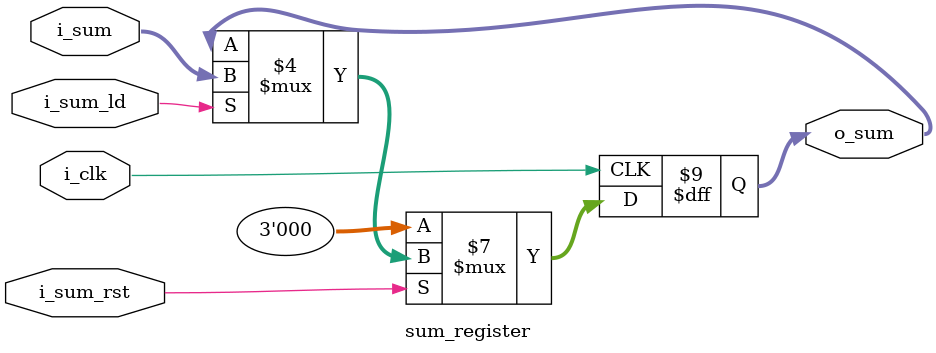
<source format=sv>
module sum_register (
    input  wire       i_clk,
    input  wire       i_sum_rst,
    input  wire       i_sum_ld,
    input  wire [2:0] i_sum,
    output reg  [2:0] o_sum
);
  always_ff @( posedge i_clk ) begin : sum_register
    if(~i_sum_rst) begin
        o_sum <= 3'b0;
    end else if (i_sum_ld) begin
        o_sum <= i_sum;
    end else begin
      o_sum <= o_sum;
      end
  end
endmodule
</source>
